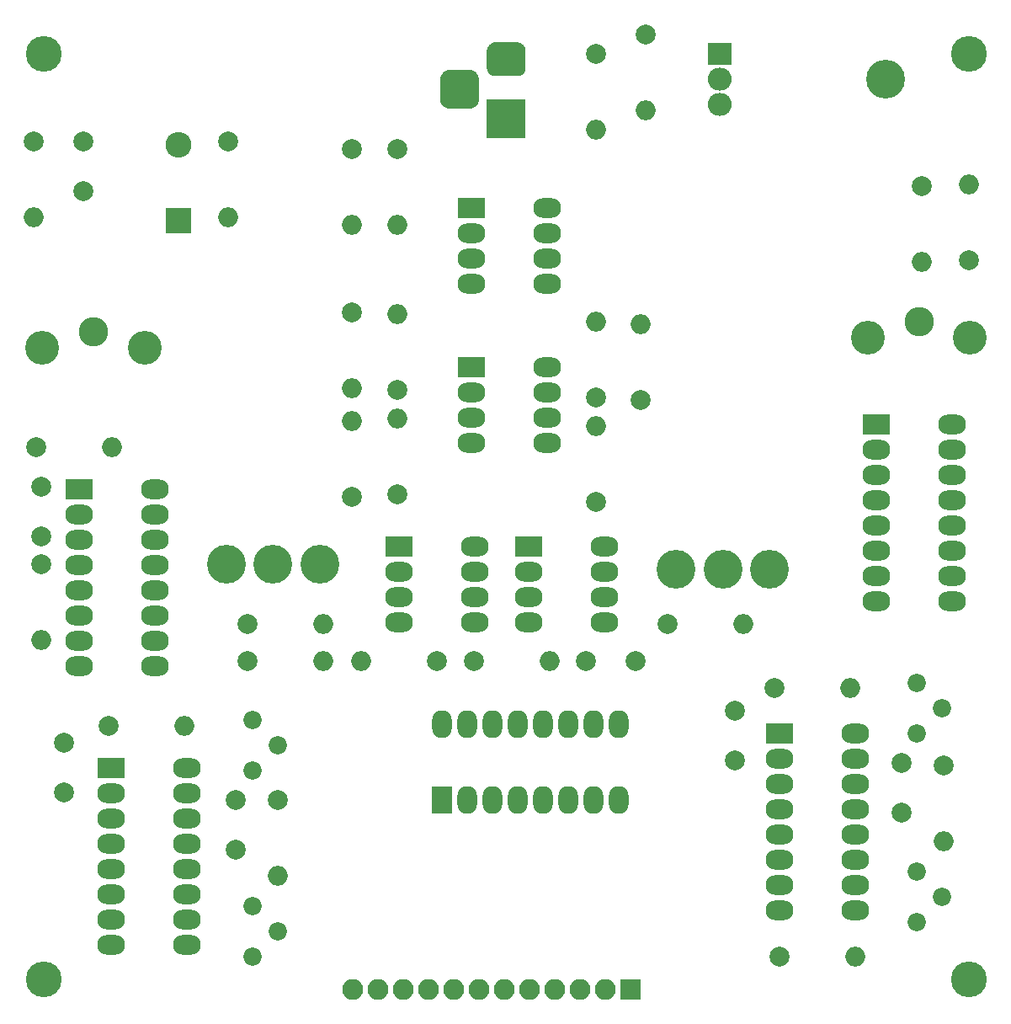
<source format=gbr>
G04 #@! TF.GenerationSoftware,KiCad,Pcbnew,(5.1.4-0-10_14)*
G04 #@! TF.CreationDate,2020-06-13T20:06:41+02:00*
G04 #@! TF.ProjectId,chroma_luma_invert,6368726f-6d61-45f6-9c75-6d615f696e76,rev?*
G04 #@! TF.SameCoordinates,Original*
G04 #@! TF.FileFunction,Soldermask,Bot*
G04 #@! TF.FilePolarity,Negative*
%FSLAX46Y46*%
G04 Gerber Fmt 4.6, Leading zero omitted, Abs format (unit mm)*
G04 Created by KiCad (PCBNEW (5.1.4-0-10_14)) date 2020-06-13 20:06:41*
%MOMM*%
%LPD*%
G04 APERTURE LIST*
%ADD10C,3.600000*%
%ADD11C,2.000000*%
%ADD12R,2.600000X2.600000*%
%ADD13O,2.600000X2.600000*%
%ADD14C,3.400000*%
%ADD15C,2.950000*%
%ADD16R,3.900000X3.900000*%
%ADD17C,0.100000*%
%ADD18C,3.900000*%
%ADD19R,2.100000X2.100000*%
%ADD20O,2.100000X2.100000*%
%ADD21C,1.840000*%
%ADD22O,2.800000X2.000000*%
%ADD23R,2.800000X2.000000*%
%ADD24O,3.900000X3.900000*%
%ADD25R,2.400000X2.305000*%
%ADD26O,2.400000X2.305000*%
%ADD27R,2.000000X2.800000*%
%ADD28O,2.000000X2.800000*%
%ADD29O,2.000000X2.000000*%
G04 APERTURE END LIST*
D10*
X108500000Y-38500000D03*
X201500000Y-38500000D03*
X201500000Y-131500000D03*
X108500000Y-131500000D03*
D11*
X112500000Y-52250000D03*
X112500000Y-47250000D03*
X194750000Y-109750000D03*
X194750000Y-114750000D03*
X178000000Y-109500000D03*
X178000000Y-104500000D03*
X168000000Y-99500000D03*
X163000000Y-99500000D03*
X108250000Y-87000000D03*
X108250000Y-82000000D03*
X127750000Y-113500000D03*
X127750000Y-118500000D03*
X110500000Y-112750000D03*
X110500000Y-107750000D03*
D12*
X122000000Y-55250000D03*
D13*
X122000000Y-47630000D03*
D14*
X191350000Y-67000000D03*
X201650000Y-67000000D03*
D15*
X196500000Y-65400000D03*
X113500000Y-66400000D03*
D14*
X118650000Y-68000000D03*
X108350000Y-68000000D03*
D16*
X155000000Y-45000000D03*
D17*
G36*
X156183315Y-37304093D02*
G01*
X156265827Y-37316333D01*
X156346742Y-37336601D01*
X156425281Y-37364702D01*
X156500687Y-37400367D01*
X156572235Y-37443251D01*
X156639234Y-37492941D01*
X156701041Y-37548959D01*
X156757059Y-37610766D01*
X156806749Y-37677765D01*
X156849633Y-37749313D01*
X156885298Y-37824719D01*
X156913399Y-37903258D01*
X156933667Y-37984173D01*
X156945907Y-38066685D01*
X156950000Y-38150000D01*
X156950000Y-39850000D01*
X156945907Y-39933315D01*
X156933667Y-40015827D01*
X156913399Y-40096742D01*
X156885298Y-40175281D01*
X156849633Y-40250687D01*
X156806749Y-40322235D01*
X156757059Y-40389234D01*
X156701041Y-40451041D01*
X156639234Y-40507059D01*
X156572235Y-40556749D01*
X156500687Y-40599633D01*
X156425281Y-40635298D01*
X156346742Y-40663399D01*
X156265827Y-40683667D01*
X156183315Y-40695907D01*
X156100000Y-40700000D01*
X153900000Y-40700000D01*
X153816685Y-40695907D01*
X153734173Y-40683667D01*
X153653258Y-40663399D01*
X153574719Y-40635298D01*
X153499313Y-40599633D01*
X153427765Y-40556749D01*
X153360766Y-40507059D01*
X153298959Y-40451041D01*
X153242941Y-40389234D01*
X153193251Y-40322235D01*
X153150367Y-40250687D01*
X153114702Y-40175281D01*
X153086601Y-40096742D01*
X153066333Y-40015827D01*
X153054093Y-39933315D01*
X153050000Y-39850000D01*
X153050000Y-38150000D01*
X153054093Y-38066685D01*
X153066333Y-37984173D01*
X153086601Y-37903258D01*
X153114702Y-37824719D01*
X153150367Y-37749313D01*
X153193251Y-37677765D01*
X153242941Y-37610766D01*
X153298959Y-37548959D01*
X153360766Y-37492941D01*
X153427765Y-37443251D01*
X153499313Y-37400367D01*
X153574719Y-37364702D01*
X153653258Y-37336601D01*
X153734173Y-37316333D01*
X153816685Y-37304093D01*
X153900000Y-37300000D01*
X156100000Y-37300000D01*
X156183315Y-37304093D01*
X156183315Y-37304093D01*
G37*
D14*
X155000000Y-39000000D03*
D17*
G36*
X151370567Y-40054695D02*
G01*
X151465213Y-40068734D01*
X151558028Y-40091983D01*
X151648116Y-40124217D01*
X151734612Y-40165127D01*
X151816681Y-40214317D01*
X151893533Y-40271315D01*
X151964429Y-40335571D01*
X152028685Y-40406467D01*
X152085683Y-40483319D01*
X152134873Y-40565388D01*
X152175783Y-40651884D01*
X152208017Y-40741972D01*
X152231266Y-40834787D01*
X152245305Y-40929433D01*
X152250000Y-41025000D01*
X152250000Y-42975000D01*
X152245305Y-43070567D01*
X152231266Y-43165213D01*
X152208017Y-43258028D01*
X152175783Y-43348116D01*
X152134873Y-43434612D01*
X152085683Y-43516681D01*
X152028685Y-43593533D01*
X151964429Y-43664429D01*
X151893533Y-43728685D01*
X151816681Y-43785683D01*
X151734612Y-43834873D01*
X151648116Y-43875783D01*
X151558028Y-43908017D01*
X151465213Y-43931266D01*
X151370567Y-43945305D01*
X151275000Y-43950000D01*
X149325000Y-43950000D01*
X149229433Y-43945305D01*
X149134787Y-43931266D01*
X149041972Y-43908017D01*
X148951884Y-43875783D01*
X148865388Y-43834873D01*
X148783319Y-43785683D01*
X148706467Y-43728685D01*
X148635571Y-43664429D01*
X148571315Y-43593533D01*
X148514317Y-43516681D01*
X148465127Y-43434612D01*
X148424217Y-43348116D01*
X148391983Y-43258028D01*
X148368734Y-43165213D01*
X148354695Y-43070567D01*
X148350000Y-42975000D01*
X148350000Y-41025000D01*
X148354695Y-40929433D01*
X148368734Y-40834787D01*
X148391983Y-40741972D01*
X148424217Y-40651884D01*
X148465127Y-40565388D01*
X148514317Y-40483319D01*
X148571315Y-40406467D01*
X148635571Y-40335571D01*
X148706467Y-40271315D01*
X148783319Y-40214317D01*
X148865388Y-40165127D01*
X148951884Y-40124217D01*
X149041972Y-40091983D01*
X149134787Y-40068734D01*
X149229433Y-40054695D01*
X149325000Y-40050000D01*
X151275000Y-40050000D01*
X151370567Y-40054695D01*
X151370567Y-40054695D01*
G37*
D18*
X150300000Y-42000000D03*
D19*
X167500000Y-132500000D03*
D20*
X164960000Y-132500000D03*
X162420000Y-132500000D03*
X159880000Y-132500000D03*
X157340000Y-132500000D03*
X154800000Y-132500000D03*
X152260000Y-132500000D03*
X149720000Y-132500000D03*
X147180000Y-132500000D03*
X144640000Y-132500000D03*
X142100000Y-132500000D03*
X139560000Y-132500000D03*
D21*
X196250000Y-120670000D03*
X198790000Y-123210000D03*
X196250000Y-125750000D03*
X196250000Y-106750000D03*
X198790000Y-104210000D03*
X196250000Y-101670000D03*
X129500000Y-129250000D03*
X132040000Y-126710000D03*
X129500000Y-124170000D03*
X129500000Y-105420000D03*
X132040000Y-107960000D03*
X129500000Y-110500000D03*
D18*
X172100000Y-90250000D03*
X176800000Y-90250000D03*
X181500000Y-90250000D03*
X136250000Y-89750000D03*
X131550000Y-89750000D03*
X126850000Y-89750000D03*
D22*
X159120000Y-54000000D03*
X151500000Y-61620000D03*
X159120000Y-56540000D03*
X151500000Y-59080000D03*
X159120000Y-59080000D03*
X151500000Y-56540000D03*
X159120000Y-61620000D03*
D23*
X151500000Y-54000000D03*
X151500000Y-70000000D03*
D22*
X159120000Y-77620000D03*
X151500000Y-72540000D03*
X159120000Y-75080000D03*
X151500000Y-75080000D03*
X159120000Y-72540000D03*
X151500000Y-77620000D03*
X159120000Y-70000000D03*
D23*
X192250000Y-75750000D03*
D22*
X199870000Y-93530000D03*
X192250000Y-78290000D03*
X199870000Y-90990000D03*
X192250000Y-80830000D03*
X199870000Y-88450000D03*
X192250000Y-83370000D03*
X199870000Y-85910000D03*
X192250000Y-85910000D03*
X199870000Y-83370000D03*
X192250000Y-88450000D03*
X199870000Y-80830000D03*
X192250000Y-90990000D03*
X199870000Y-78290000D03*
X192250000Y-93530000D03*
X199870000Y-75750000D03*
D24*
X193160000Y-41040000D03*
D25*
X176500000Y-38500000D03*
D26*
X176500000Y-41040000D03*
X176500000Y-43580000D03*
D22*
X151870000Y-88000000D03*
X144250000Y-95620000D03*
X151870000Y-90540000D03*
X144250000Y-93080000D03*
X151870000Y-93080000D03*
X144250000Y-90540000D03*
X151870000Y-95620000D03*
D23*
X144250000Y-88000000D03*
X157250000Y-88000000D03*
D22*
X164870000Y-95620000D03*
X157250000Y-90540000D03*
X164870000Y-93080000D03*
X157250000Y-93080000D03*
X164870000Y-90540000D03*
X157250000Y-95620000D03*
X164870000Y-88000000D03*
X190120000Y-106750000D03*
X182500000Y-124530000D03*
X190120000Y-109290000D03*
X182500000Y-121990000D03*
X190120000Y-111830000D03*
X182500000Y-119450000D03*
X190120000Y-114370000D03*
X182500000Y-116910000D03*
X190120000Y-116910000D03*
X182500000Y-114370000D03*
X190120000Y-119450000D03*
X182500000Y-111830000D03*
X190120000Y-121990000D03*
X182500000Y-109290000D03*
X190120000Y-124530000D03*
D23*
X182500000Y-106750000D03*
D22*
X122870000Y-110250000D03*
X115250000Y-128030000D03*
X122870000Y-112790000D03*
X115250000Y-125490000D03*
X122870000Y-115330000D03*
X115250000Y-122950000D03*
X122870000Y-117870000D03*
X115250000Y-120410000D03*
X122870000Y-120410000D03*
X115250000Y-117870000D03*
X122870000Y-122950000D03*
X115250000Y-115330000D03*
X122870000Y-125490000D03*
X115250000Y-112790000D03*
X122870000Y-128030000D03*
D23*
X115250000Y-110250000D03*
D27*
X148500000Y-113500000D03*
D28*
X166280000Y-105880000D03*
X151040000Y-113500000D03*
X163740000Y-105880000D03*
X153580000Y-113500000D03*
X161200000Y-105880000D03*
X156120000Y-113500000D03*
X158660000Y-105880000D03*
X158660000Y-113500000D03*
X156120000Y-105880000D03*
X161200000Y-113500000D03*
X153580000Y-105880000D03*
X163740000Y-113500000D03*
X151040000Y-105880000D03*
X166280000Y-113500000D03*
X148500000Y-105880000D03*
D23*
X112000000Y-82250000D03*
D22*
X119620000Y-100030000D03*
X112000000Y-84790000D03*
X119620000Y-97490000D03*
X112000000Y-87330000D03*
X119620000Y-94950000D03*
X112000000Y-89870000D03*
X119620000Y-92410000D03*
X112000000Y-92410000D03*
X119620000Y-89870000D03*
X112000000Y-94950000D03*
X119620000Y-87330000D03*
X112000000Y-97490000D03*
X119620000Y-84790000D03*
X112000000Y-100030000D03*
X119620000Y-82250000D03*
D11*
X144000000Y-82750000D03*
D29*
X144000000Y-75130000D03*
X201500000Y-51630000D03*
D11*
X201500000Y-59250000D03*
D29*
X139500000Y-75380000D03*
D11*
X139500000Y-83000000D03*
X144000000Y-72250000D03*
D29*
X144000000Y-64630000D03*
D11*
X196750000Y-51750000D03*
D29*
X196750000Y-59370000D03*
D11*
X107500000Y-47250000D03*
D29*
X107500000Y-54870000D03*
D11*
X127000000Y-47250000D03*
D29*
X127000000Y-54870000D03*
X139500000Y-72120000D03*
D11*
X139500000Y-64500000D03*
X144000000Y-48000000D03*
D29*
X144000000Y-55620000D03*
D11*
X139500000Y-48000000D03*
D29*
X139500000Y-55620000D03*
X168500000Y-65630000D03*
D11*
X168500000Y-73250000D03*
D29*
X164000000Y-75880000D03*
D11*
X164000000Y-83500000D03*
X164000000Y-73000000D03*
D29*
X164000000Y-65380000D03*
X164000000Y-46120000D03*
D11*
X164000000Y-38500000D03*
X169000000Y-36500000D03*
D29*
X169000000Y-44120000D03*
X199000000Y-117620000D03*
D11*
X199000000Y-110000000D03*
X148000000Y-99500000D03*
D29*
X140380000Y-99500000D03*
X189620000Y-102250000D03*
D11*
X182000000Y-102250000D03*
X171250000Y-95750000D03*
D29*
X178870000Y-95750000D03*
X159370000Y-99500000D03*
D11*
X151750000Y-99500000D03*
X129000000Y-95750000D03*
D29*
X136620000Y-95750000D03*
X136620000Y-99500000D03*
D11*
X129000000Y-99500000D03*
D29*
X190120000Y-129250000D03*
D11*
X182500000Y-129250000D03*
X107750000Y-78000000D03*
D29*
X115370000Y-78000000D03*
D11*
X132000000Y-113500000D03*
D29*
X132000000Y-121120000D03*
X122620000Y-106000000D03*
D11*
X115000000Y-106000000D03*
D29*
X108250000Y-97370000D03*
D11*
X108250000Y-89750000D03*
M02*

</source>
